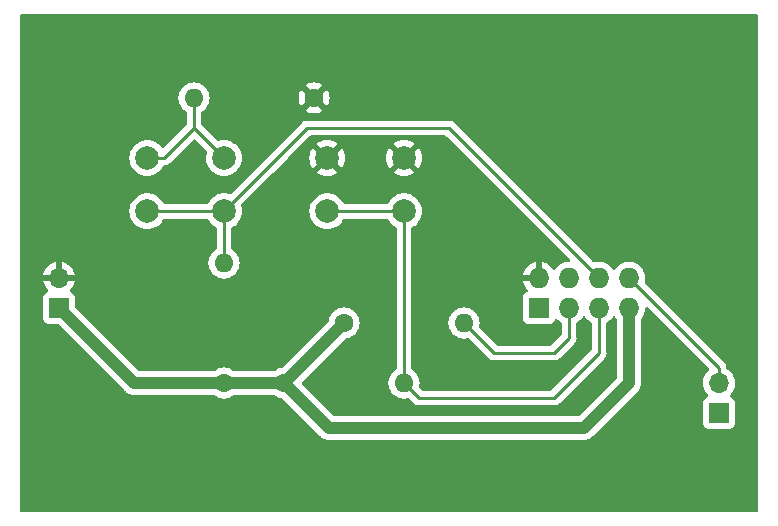
<source format=gbr>
%TF.GenerationSoftware,KiCad,Pcbnew,6.0.2+dfsg-1*%
%TF.CreationDate,2023-02-23T16:44:58-06:00*%
%TF.ProjectId,communication_subsystem_v2,636f6d6d-756e-4696-9361-74696f6e5f73,rev?*%
%TF.SameCoordinates,Original*%
%TF.FileFunction,Copper,L1,Top*%
%TF.FilePolarity,Positive*%
%FSLAX46Y46*%
G04 Gerber Fmt 4.6, Leading zero omitted, Abs format (unit mm)*
G04 Created by KiCad (PCBNEW 6.0.2+dfsg-1) date 2023-02-23 16:44:58*
%MOMM*%
%LPD*%
G01*
G04 APERTURE LIST*
%TA.AperFunction,ComponentPad*%
%ADD10C,2.000000*%
%TD*%
%TA.AperFunction,ComponentPad*%
%ADD11R,1.700000X1.700000*%
%TD*%
%TA.AperFunction,ComponentPad*%
%ADD12O,1.700000X1.700000*%
%TD*%
%TA.AperFunction,ComponentPad*%
%ADD13C,1.600000*%
%TD*%
%TA.AperFunction,ComponentPad*%
%ADD14O,1.600000X1.600000*%
%TD*%
%TA.AperFunction,ComponentPad*%
%ADD15R,1.727200X1.727200*%
%TD*%
%TA.AperFunction,ComponentPad*%
%ADD16O,1.727200X1.727200*%
%TD*%
%TA.AperFunction,ViaPad*%
%ADD17C,0.800000*%
%TD*%
%TA.AperFunction,Conductor*%
%ADD18C,0.250000*%
%TD*%
%TA.AperFunction,Conductor*%
%ADD19C,1.000000*%
%TD*%
G04 APERTURE END LIST*
D10*
%TO.P,SW2,1,1*%
%TO.N,/GPIO0*%
X161290000Y-57840000D03*
X154790000Y-57840000D03*
%TO.P,SW2,2,2*%
%TO.N,Net-(R3-Pad2)*%
X161290000Y-53340000D03*
X154790000Y-53340000D03*
%TD*%
D11*
%TO.P,J1,1,Pin_1*%
%TO.N,/esp8266_tx*%
X203200000Y-74930000D03*
D12*
%TO.P,J1,2,Pin_2*%
%TO.N,/esp8266_rx*%
X203200000Y-72390000D03*
%TD*%
D13*
%TO.P,R1,1*%
%TO.N,+3V3*%
X166370000Y-72390000D03*
D14*
%TO.P,R1,2*%
%TO.N,/rst*%
X176530000Y-72390000D03*
%TD*%
D13*
%TO.P,R3,1*%
%TO.N,GND*%
X168910000Y-48260000D03*
D14*
%TO.P,R3,2*%
%TO.N,Net-(R3-Pad2)*%
X158750000Y-48260000D03*
%TD*%
D15*
%TO.P,U1,1,UTXD*%
%TO.N,/esp8266_tx*%
X187960000Y-66040000D03*
D16*
%TO.P,U1,2,GND*%
%TO.N,GND*%
X187960000Y-63500000D03*
%TO.P,U1,3,CH_PD*%
%TO.N,/EN*%
X190500000Y-66040000D03*
%TO.P,U1,4,GPIO2*%
%TO.N,unconnected-(U1-Pad4)*%
X190500000Y-63500000D03*
%TO.P,U1,5,RST*%
%TO.N,/rst*%
X193040000Y-66040000D03*
%TO.P,U1,6,GPIO0*%
%TO.N,/GPIO0*%
X193040000Y-63500000D03*
%TO.P,U1,7,VCC*%
%TO.N,+3V3*%
X195580000Y-66040000D03*
%TO.P,U1,8,URXD*%
%TO.N,/esp8266_rx*%
X195580000Y-63500000D03*
%TD*%
D13*
%TO.P,R4,1*%
%TO.N,+3V3*%
X161290000Y-72390000D03*
D14*
%TO.P,R4,2*%
%TO.N,/GPIO0*%
X161290000Y-62230000D03*
%TD*%
D11*
%TO.P,J2,1,Pin_1*%
%TO.N,+3V3*%
X147320000Y-66040000D03*
D12*
%TO.P,J2,2,Pin_2*%
%TO.N,GND*%
X147320000Y-63500000D03*
%TD*%
D10*
%TO.P,SW1,1,1*%
%TO.N,GND*%
X176530000Y-53340000D03*
X170030000Y-53340000D03*
%TO.P,SW1,2,2*%
%TO.N,/rst*%
X176530000Y-57840000D03*
X170030000Y-57840000D03*
%TD*%
D13*
%TO.P,R2,1*%
%TO.N,+3V3*%
X171450000Y-67310000D03*
D14*
%TO.P,R2,2*%
%TO.N,/EN*%
X181610000Y-67310000D03*
%TD*%
D17*
%TO.N,GND*%
X149860000Y-77470000D03*
X170180000Y-43180000D03*
X153670000Y-66040000D03*
X153670000Y-81280000D03*
X146050000Y-81280000D03*
X181610000Y-46990000D03*
X176530000Y-81280000D03*
X203200000Y-59690000D03*
X165100000Y-62230000D03*
X153670000Y-43180000D03*
X203200000Y-53340000D03*
X157480000Y-77470000D03*
X195580000Y-77470000D03*
X149860000Y-53340000D03*
X157480000Y-62230000D03*
X161290000Y-81280000D03*
X165100000Y-77470000D03*
X199390000Y-81280000D03*
X203200000Y-46990000D03*
X191770000Y-81280000D03*
X162560000Y-43180000D03*
X173990000Y-46990000D03*
X177800000Y-43180000D03*
X172720000Y-62230000D03*
X184150000Y-81280000D03*
X168910000Y-81280000D03*
X149860000Y-46990000D03*
X203200000Y-66040000D03*
X146050000Y-43180000D03*
X180340000Y-62230000D03*
%TD*%
D18*
%TO.N,/esp8266_rx*%
X203200000Y-71120000D02*
X203200000Y-72390000D01*
X195580000Y-63500000D02*
X203200000Y-71120000D01*
D19*
%TO.N,+3V3*%
X153670000Y-72390000D02*
X161290000Y-72390000D01*
X166370000Y-72390000D02*
X170180000Y-76200000D01*
X170180000Y-76200000D02*
X191770000Y-76200000D01*
X147320000Y-66040000D02*
X153670000Y-72390000D01*
X161290000Y-72390000D02*
X166370000Y-72390000D01*
X166370000Y-72390000D02*
X171450000Y-67310000D01*
X191770000Y-76200000D02*
X195580000Y-72390000D01*
X195580000Y-72390000D02*
X195580000Y-66040000D01*
D18*
%TO.N,Net-(R3-Pad2)*%
X154790000Y-53340000D02*
X156210000Y-53340000D01*
X156210000Y-53340000D02*
X158750000Y-50800000D01*
X161290000Y-53340000D02*
X158750000Y-50800000D01*
X158750000Y-50800000D02*
X158750000Y-48260000D01*
%TO.N,/rst*%
X193040000Y-69850000D02*
X193040000Y-66040000D01*
X176530000Y-72390000D02*
X176530000Y-57840000D01*
X177800000Y-73660000D02*
X189230000Y-73660000D01*
X189230000Y-73660000D02*
X193040000Y-69850000D01*
X170030000Y-57840000D02*
X176530000Y-57840000D01*
X176530000Y-72390000D02*
X177800000Y-73660000D01*
%TO.N,/EN*%
X189230000Y-69850000D02*
X190500000Y-68580000D01*
X184150000Y-69850000D02*
X189230000Y-69850000D01*
X190500000Y-68580000D02*
X190500000Y-66040000D01*
X184150000Y-69850000D02*
X181610000Y-67310000D01*
%TO.N,/GPIO0*%
X168330000Y-50800000D02*
X161290000Y-57840000D01*
X154790000Y-57840000D02*
X161290000Y-57840000D01*
X161290000Y-62230000D02*
X161290000Y-57840000D01*
X180340000Y-50800000D02*
X168330000Y-50800000D01*
X193040000Y-63500000D02*
X180340000Y-50800000D01*
%TD*%
%TA.AperFunction,Conductor*%
%TO.N,GND*%
G36*
X206444121Y-41168002D02*
G01*
X206490614Y-41221658D01*
X206502000Y-41274000D01*
X206502000Y-83186000D01*
X206481998Y-83254121D01*
X206428342Y-83300614D01*
X206376000Y-83312000D01*
X144144000Y-83312000D01*
X144075879Y-83291998D01*
X144029386Y-83238342D01*
X144018000Y-83186000D01*
X144018000Y-66938134D01*
X145961500Y-66938134D01*
X145968255Y-67000316D01*
X146019385Y-67136705D01*
X146106739Y-67253261D01*
X146223295Y-67340615D01*
X146359684Y-67391745D01*
X146421866Y-67398500D01*
X147200075Y-67398500D01*
X147268196Y-67418502D01*
X147289170Y-67435405D01*
X152913145Y-73059379D01*
X152922247Y-73069522D01*
X152945968Y-73099025D01*
X152950696Y-73102992D01*
X152984421Y-73131291D01*
X152988069Y-73134472D01*
X152989881Y-73136115D01*
X152992075Y-73138309D01*
X153025349Y-73165642D01*
X153026147Y-73166304D01*
X153097474Y-73226154D01*
X153102144Y-73228722D01*
X153106261Y-73232103D01*
X153164145Y-73263140D01*
X153188086Y-73275977D01*
X153189245Y-73276606D01*
X153265381Y-73318462D01*
X153265389Y-73318465D01*
X153270787Y-73321433D01*
X153275869Y-73323045D01*
X153280563Y-73325562D01*
X153369531Y-73352762D01*
X153370559Y-73353082D01*
X153459306Y-73381235D01*
X153464602Y-73381829D01*
X153469698Y-73383387D01*
X153562257Y-73392790D01*
X153563393Y-73392911D01*
X153597008Y-73396681D01*
X153609730Y-73398108D01*
X153609734Y-73398108D01*
X153613227Y-73398500D01*
X153616754Y-73398500D01*
X153617739Y-73398555D01*
X153623419Y-73399002D01*
X153652825Y-73401989D01*
X153660337Y-73402752D01*
X153660339Y-73402752D01*
X153666462Y-73403374D01*
X153712108Y-73399059D01*
X153723967Y-73398500D01*
X160409260Y-73398500D01*
X160481531Y-73421287D01*
X160633251Y-73527523D01*
X160638233Y-73529846D01*
X160638238Y-73529849D01*
X160758896Y-73586112D01*
X160840757Y-73624284D01*
X160846065Y-73625706D01*
X160846067Y-73625707D01*
X161056598Y-73682119D01*
X161056600Y-73682119D01*
X161061913Y-73683543D01*
X161290000Y-73703498D01*
X161518087Y-73683543D01*
X161523400Y-73682119D01*
X161523402Y-73682119D01*
X161733933Y-73625707D01*
X161733935Y-73625706D01*
X161739243Y-73624284D01*
X161821104Y-73586112D01*
X161941762Y-73529849D01*
X161941767Y-73529846D01*
X161946749Y-73527523D01*
X162098469Y-73421287D01*
X162170740Y-73398500D01*
X165489260Y-73398500D01*
X165561531Y-73421287D01*
X165713251Y-73527523D01*
X165718233Y-73529846D01*
X165718238Y-73529849D01*
X165838896Y-73586112D01*
X165920757Y-73624284D01*
X165926065Y-73625706D01*
X165926067Y-73625707D01*
X165994141Y-73643947D01*
X166141913Y-73683543D01*
X166200769Y-73688692D01*
X166266887Y-73714555D01*
X166278883Y-73725118D01*
X169423145Y-76869379D01*
X169432247Y-76879522D01*
X169455968Y-76909025D01*
X169460696Y-76912992D01*
X169494421Y-76941291D01*
X169498069Y-76944472D01*
X169499881Y-76946115D01*
X169502075Y-76948309D01*
X169535349Y-76975642D01*
X169536147Y-76976304D01*
X169607474Y-77036154D01*
X169612144Y-77038722D01*
X169616261Y-77042103D01*
X169698120Y-77085995D01*
X169699280Y-77086624D01*
X169775389Y-77128466D01*
X169775394Y-77128468D01*
X169780787Y-77131433D01*
X169785865Y-77133044D01*
X169790563Y-77135563D01*
X169879498Y-77162753D01*
X169880702Y-77163128D01*
X169969306Y-77191235D01*
X169974597Y-77191828D01*
X169979698Y-77193388D01*
X170072311Y-77202795D01*
X170073431Y-77202915D01*
X170123227Y-77208500D01*
X170126756Y-77208500D01*
X170127739Y-77208555D01*
X170133426Y-77209003D01*
X170153683Y-77211060D01*
X170170336Y-77212752D01*
X170170339Y-77212752D01*
X170176463Y-77213374D01*
X170222112Y-77209059D01*
X170233969Y-77208500D01*
X191708157Y-77208500D01*
X191721764Y-77209237D01*
X191753262Y-77212659D01*
X191753267Y-77212659D01*
X191759388Y-77213324D01*
X191785638Y-77211027D01*
X191809388Y-77208950D01*
X191814214Y-77208621D01*
X191816686Y-77208500D01*
X191819769Y-77208500D01*
X191831738Y-77207326D01*
X191862506Y-77204310D01*
X191863819Y-77204188D01*
X191908084Y-77200315D01*
X191956413Y-77196087D01*
X191961532Y-77194600D01*
X191966833Y-77194080D01*
X192055834Y-77167209D01*
X192056967Y-77166874D01*
X192140414Y-77142630D01*
X192140418Y-77142628D01*
X192146336Y-77140909D01*
X192151068Y-77138456D01*
X192156169Y-77136916D01*
X192172062Y-77128466D01*
X192238260Y-77093269D01*
X192239426Y-77092657D01*
X192316453Y-77052729D01*
X192321926Y-77049892D01*
X192326089Y-77046569D01*
X192330796Y-77044066D01*
X192402918Y-76985245D01*
X192403774Y-76984554D01*
X192442973Y-76953262D01*
X192445477Y-76950758D01*
X192446195Y-76950116D01*
X192450528Y-76946415D01*
X192484062Y-76919065D01*
X192513288Y-76883737D01*
X192521277Y-76874958D01*
X196249379Y-73146855D01*
X196259522Y-73137753D01*
X196284218Y-73117897D01*
X196289025Y-73114032D01*
X196321292Y-73075578D01*
X196324472Y-73071931D01*
X196326115Y-73070119D01*
X196328309Y-73067925D01*
X196355642Y-73034651D01*
X196356348Y-73033800D01*
X196362474Y-73026500D01*
X196416154Y-72962526D01*
X196418722Y-72957856D01*
X196422103Y-72953739D01*
X196466015Y-72871842D01*
X196466624Y-72870720D01*
X196508466Y-72794611D01*
X196508468Y-72794606D01*
X196511433Y-72789213D01*
X196513044Y-72784135D01*
X196515563Y-72779437D01*
X196542753Y-72690502D01*
X196543136Y-72689272D01*
X196545589Y-72681541D01*
X196571235Y-72600694D01*
X196571828Y-72595403D01*
X196573388Y-72590302D01*
X196582795Y-72497689D01*
X196582915Y-72496569D01*
X196588500Y-72446773D01*
X196588500Y-72443244D01*
X196588555Y-72442261D01*
X196589004Y-72436556D01*
X196592752Y-72399664D01*
X196592752Y-72399661D01*
X196593374Y-72393537D01*
X196589059Y-72347888D01*
X196588500Y-72336031D01*
X196588500Y-67024500D01*
X196608502Y-66956379D01*
X196621660Y-66940080D01*
X196621473Y-66939921D01*
X196624827Y-66935980D01*
X196628487Y-66932333D01*
X196682584Y-66857050D01*
X196708466Y-66821030D01*
X196760150Y-66749105D01*
X196860118Y-66546835D01*
X196925708Y-66330952D01*
X196928769Y-66307699D01*
X196954721Y-66110578D01*
X196954722Y-66110572D01*
X196955158Y-66107256D01*
X196955996Y-66072973D01*
X196977656Y-66005361D01*
X197032432Y-65960194D01*
X197102932Y-65951810D01*
X197171053Y-65986957D01*
X202340660Y-71156564D01*
X202374686Y-71218876D01*
X202369621Y-71289691D01*
X202327218Y-71346419D01*
X202294965Y-71370635D01*
X202140629Y-71532138D01*
X202137715Y-71536410D01*
X202137714Y-71536411D01*
X202128300Y-71550211D01*
X202014743Y-71716680D01*
X201920688Y-71919305D01*
X201860989Y-72134570D01*
X201837251Y-72356695D01*
X201837548Y-72361848D01*
X201837548Y-72361851D01*
X201849812Y-72574547D01*
X201850110Y-72579715D01*
X201851247Y-72584761D01*
X201851248Y-72584767D01*
X201859955Y-72623402D01*
X201899222Y-72797639D01*
X201937461Y-72891811D01*
X201977167Y-72989595D01*
X201983266Y-73004616D01*
X202001150Y-73033800D01*
X202066392Y-73140265D01*
X202099987Y-73195088D01*
X202246250Y-73363938D01*
X202250230Y-73367242D01*
X202254981Y-73371187D01*
X202294616Y-73430090D01*
X202296113Y-73501071D01*
X202258997Y-73561593D01*
X202218724Y-73586112D01*
X202103295Y-73629385D01*
X201986739Y-73716739D01*
X201899385Y-73833295D01*
X201848255Y-73969684D01*
X201841500Y-74031866D01*
X201841500Y-75828134D01*
X201848255Y-75890316D01*
X201899385Y-76026705D01*
X201986739Y-76143261D01*
X202103295Y-76230615D01*
X202239684Y-76281745D01*
X202301866Y-76288500D01*
X204098134Y-76288500D01*
X204160316Y-76281745D01*
X204296705Y-76230615D01*
X204413261Y-76143261D01*
X204500615Y-76026705D01*
X204551745Y-75890316D01*
X204558500Y-75828134D01*
X204558500Y-74031866D01*
X204551745Y-73969684D01*
X204500615Y-73833295D01*
X204413261Y-73716739D01*
X204296705Y-73629385D01*
X204276902Y-73621961D01*
X204178203Y-73584960D01*
X204121439Y-73542318D01*
X204096739Y-73475756D01*
X204111947Y-73406408D01*
X204133493Y-73377727D01*
X204185959Y-73325444D01*
X204238096Y-73273489D01*
X204269498Y-73229789D01*
X204365435Y-73096277D01*
X204368453Y-73092077D01*
X204378561Y-73071626D01*
X204465136Y-72896453D01*
X204465137Y-72896451D01*
X204467430Y-72891811D01*
X204513270Y-72740935D01*
X204530865Y-72683023D01*
X204530865Y-72683021D01*
X204532370Y-72678069D01*
X204561529Y-72456590D01*
X204561611Y-72453240D01*
X204563074Y-72393365D01*
X204563074Y-72393361D01*
X204563156Y-72390000D01*
X204544852Y-72167361D01*
X204490431Y-71950702D01*
X204401354Y-71745840D01*
X204280014Y-71558277D01*
X204129670Y-71393051D01*
X204125619Y-71389852D01*
X204125615Y-71389848D01*
X203958412Y-71257799D01*
X203954359Y-71254598D01*
X203949840Y-71252104D01*
X203949835Y-71252100D01*
X203898781Y-71223917D01*
X203848810Y-71173484D01*
X203833736Y-71117568D01*
X203833562Y-71112035D01*
X203833500Y-71108075D01*
X203833500Y-71080144D01*
X203832994Y-71076138D01*
X203832061Y-71064292D01*
X203831766Y-71054882D01*
X203830673Y-71020110D01*
X203825022Y-71000658D01*
X203821014Y-70981306D01*
X203819467Y-70969063D01*
X203818474Y-70961203D01*
X203815556Y-70953832D01*
X203802200Y-70920097D01*
X203798355Y-70908870D01*
X203797721Y-70906687D01*
X203786018Y-70866407D01*
X203781984Y-70859585D01*
X203781981Y-70859579D01*
X203775706Y-70848968D01*
X203767010Y-70831218D01*
X203762472Y-70819756D01*
X203762469Y-70819751D01*
X203759552Y-70812383D01*
X203733573Y-70776625D01*
X203727057Y-70766707D01*
X203708575Y-70735457D01*
X203704542Y-70728637D01*
X203690218Y-70714313D01*
X203677376Y-70699278D01*
X203665472Y-70682893D01*
X203631406Y-70654711D01*
X203622627Y-70646722D01*
X196942121Y-63966216D01*
X196908095Y-63903904D01*
X196910657Y-63840494D01*
X196924205Y-63795900D01*
X196924206Y-63795897D01*
X196925708Y-63790952D01*
X196926383Y-63785826D01*
X196954721Y-63570578D01*
X196954722Y-63570572D01*
X196955158Y-63567256D01*
X196955739Y-63543498D01*
X196956720Y-63503364D01*
X196956720Y-63503360D01*
X196956802Y-63500000D01*
X196938315Y-63275132D01*
X196883349Y-63056304D01*
X196793380Y-62849391D01*
X196743913Y-62772926D01*
X196673634Y-62664291D01*
X196673632Y-62664288D01*
X196670826Y-62659951D01*
X196518977Y-62493071D01*
X196514926Y-62489872D01*
X196514922Y-62489868D01*
X196345966Y-62356434D01*
X196345962Y-62356432D01*
X196341911Y-62353232D01*
X196336122Y-62350036D01*
X196281206Y-62319721D01*
X196144383Y-62244191D01*
X195931698Y-62168876D01*
X195902795Y-62163727D01*
X195714657Y-62130214D01*
X195714653Y-62130214D01*
X195709569Y-62129308D01*
X195637574Y-62128429D01*
X195489129Y-62126615D01*
X195489127Y-62126615D01*
X195483959Y-62126552D01*
X195260929Y-62160680D01*
X195046468Y-62230777D01*
X194846335Y-62334960D01*
X194842202Y-62338063D01*
X194842199Y-62338065D01*
X194689643Y-62452607D01*
X194665905Y-62470430D01*
X194510024Y-62633550D01*
X194507109Y-62637824D01*
X194507106Y-62637827D01*
X194413503Y-62775043D01*
X194358592Y-62820046D01*
X194288067Y-62828217D01*
X194224320Y-62796963D01*
X194203623Y-62772479D01*
X194133634Y-62664291D01*
X194133632Y-62664288D01*
X194130826Y-62659951D01*
X193978977Y-62493071D01*
X193974926Y-62489872D01*
X193974922Y-62489868D01*
X193805966Y-62356434D01*
X193805962Y-62356432D01*
X193801911Y-62353232D01*
X193796122Y-62350036D01*
X193741206Y-62319721D01*
X193604383Y-62244191D01*
X193391698Y-62168876D01*
X193362795Y-62163727D01*
X193174657Y-62130214D01*
X193174653Y-62130214D01*
X193169569Y-62129308D01*
X193097574Y-62128429D01*
X192949129Y-62126615D01*
X192949127Y-62126615D01*
X192943959Y-62126552D01*
X192720929Y-62160680D01*
X192710444Y-62164107D01*
X192700747Y-62167276D01*
X192629783Y-62169425D01*
X192572510Y-62136605D01*
X180843652Y-50407747D01*
X180836112Y-50399461D01*
X180832000Y-50392982D01*
X180782348Y-50346356D01*
X180779507Y-50343602D01*
X180759770Y-50323865D01*
X180756573Y-50321385D01*
X180747551Y-50313680D01*
X180734116Y-50301064D01*
X180715321Y-50283414D01*
X180708375Y-50279595D01*
X180708372Y-50279593D01*
X180697566Y-50273652D01*
X180681047Y-50262801D01*
X180680583Y-50262441D01*
X180665041Y-50250386D01*
X180657772Y-50247241D01*
X180657768Y-50247238D01*
X180624463Y-50232826D01*
X180613813Y-50227609D01*
X180575060Y-50206305D01*
X180555437Y-50201267D01*
X180536734Y-50194863D01*
X180525420Y-50189967D01*
X180525419Y-50189967D01*
X180518145Y-50186819D01*
X180510322Y-50185580D01*
X180510312Y-50185577D01*
X180474476Y-50179901D01*
X180462856Y-50177495D01*
X180427711Y-50168472D01*
X180427710Y-50168472D01*
X180420030Y-50166500D01*
X180399776Y-50166500D01*
X180380065Y-50164949D01*
X180377534Y-50164548D01*
X180360057Y-50161780D01*
X180352165Y-50162526D01*
X180316039Y-50165941D01*
X180304181Y-50166500D01*
X168408763Y-50166500D01*
X168397579Y-50165973D01*
X168390091Y-50164299D01*
X168382168Y-50164548D01*
X168322033Y-50166438D01*
X168318075Y-50166500D01*
X168290144Y-50166500D01*
X168286229Y-50166995D01*
X168286225Y-50166995D01*
X168286167Y-50167003D01*
X168286138Y-50167006D01*
X168274296Y-50167939D01*
X168230110Y-50169327D01*
X168212744Y-50174372D01*
X168210658Y-50174978D01*
X168191306Y-50178986D01*
X168179068Y-50180532D01*
X168179066Y-50180533D01*
X168171203Y-50181526D01*
X168130086Y-50197806D01*
X168118885Y-50201641D01*
X168076406Y-50213982D01*
X168069587Y-50218015D01*
X168069582Y-50218017D01*
X168058971Y-50224293D01*
X168041221Y-50232990D01*
X168022383Y-50240448D01*
X168015967Y-50245109D01*
X168015966Y-50245110D01*
X167986625Y-50266428D01*
X167976701Y-50272947D01*
X167945460Y-50291422D01*
X167945455Y-50291426D01*
X167938637Y-50295458D01*
X167924313Y-50309782D01*
X167909281Y-50322621D01*
X167892893Y-50334528D01*
X167864712Y-50368593D01*
X167856722Y-50377373D01*
X161868459Y-56365636D01*
X161806147Y-56399662D01*
X161749951Y-56399060D01*
X161697104Y-56386373D01*
X161531524Y-56346620D01*
X161531518Y-56346619D01*
X161526711Y-56345465D01*
X161290000Y-56326835D01*
X161053289Y-56345465D01*
X161048482Y-56346619D01*
X161048476Y-56346620D01*
X160902609Y-56381640D01*
X160822406Y-56400895D01*
X160817835Y-56402788D01*
X160817833Y-56402789D01*
X160607611Y-56489865D01*
X160607607Y-56489867D01*
X160603037Y-56491760D01*
X160598817Y-56494346D01*
X160404798Y-56613241D01*
X160404792Y-56613245D01*
X160400584Y-56615824D01*
X160220031Y-56770031D01*
X160065824Y-56950584D01*
X160063245Y-56954792D01*
X160063241Y-56954798D01*
X159945867Y-57146335D01*
X159893219Y-57193966D01*
X159838434Y-57206500D01*
X156241566Y-57206500D01*
X156173445Y-57186498D01*
X156134133Y-57146335D01*
X156016759Y-56954798D01*
X156016755Y-56954792D01*
X156014176Y-56950584D01*
X155859969Y-56770031D01*
X155679416Y-56615824D01*
X155675208Y-56613245D01*
X155675202Y-56613241D01*
X155481183Y-56494346D01*
X155476963Y-56491760D01*
X155472393Y-56489867D01*
X155472389Y-56489865D01*
X155262167Y-56402789D01*
X155262165Y-56402788D01*
X155257594Y-56400895D01*
X155177391Y-56381640D01*
X155031524Y-56346620D01*
X155031518Y-56346619D01*
X155026711Y-56345465D01*
X154790000Y-56326835D01*
X154553289Y-56345465D01*
X154548482Y-56346619D01*
X154548476Y-56346620D01*
X154402609Y-56381640D01*
X154322406Y-56400895D01*
X154317835Y-56402788D01*
X154317833Y-56402789D01*
X154107611Y-56489865D01*
X154107607Y-56489867D01*
X154103037Y-56491760D01*
X154098817Y-56494346D01*
X153904798Y-56613241D01*
X153904792Y-56613245D01*
X153900584Y-56615824D01*
X153720031Y-56770031D01*
X153565824Y-56950584D01*
X153563245Y-56954792D01*
X153563241Y-56954798D01*
X153445867Y-57146335D01*
X153441760Y-57153037D01*
X153439867Y-57157607D01*
X153439865Y-57157611D01*
X153352789Y-57367833D01*
X153350895Y-57372406D01*
X153295465Y-57603289D01*
X153276835Y-57840000D01*
X153295465Y-58076711D01*
X153350895Y-58307594D01*
X153352788Y-58312165D01*
X153352789Y-58312167D01*
X153424807Y-58486034D01*
X153441760Y-58526963D01*
X153444346Y-58531183D01*
X153563241Y-58725202D01*
X153563245Y-58725208D01*
X153565824Y-58729416D01*
X153720031Y-58909969D01*
X153900584Y-59064176D01*
X153904792Y-59066755D01*
X153904798Y-59066759D01*
X154096335Y-59184133D01*
X154103037Y-59188240D01*
X154107607Y-59190133D01*
X154107611Y-59190135D01*
X154317833Y-59277211D01*
X154322406Y-59279105D01*
X154374310Y-59291566D01*
X154548476Y-59333380D01*
X154548482Y-59333381D01*
X154553289Y-59334535D01*
X154790000Y-59353165D01*
X155026711Y-59334535D01*
X155031518Y-59333381D01*
X155031524Y-59333380D01*
X155205690Y-59291566D01*
X155257594Y-59279105D01*
X155262167Y-59277211D01*
X155472389Y-59190135D01*
X155472393Y-59190133D01*
X155476963Y-59188240D01*
X155483665Y-59184133D01*
X155675202Y-59066759D01*
X155675208Y-59066755D01*
X155679416Y-59064176D01*
X155859969Y-58909969D01*
X156014176Y-58729416D01*
X156016755Y-58725208D01*
X156016759Y-58725202D01*
X156134133Y-58533665D01*
X156186781Y-58486034D01*
X156241566Y-58473500D01*
X159838434Y-58473500D01*
X159906555Y-58493502D01*
X159945867Y-58533665D01*
X160063241Y-58725202D01*
X160063245Y-58725208D01*
X160065824Y-58729416D01*
X160220031Y-58909969D01*
X160400584Y-59064176D01*
X160404792Y-59066755D01*
X160404798Y-59066759D01*
X160596335Y-59184133D01*
X160643966Y-59236781D01*
X160656500Y-59291566D01*
X160656500Y-61010606D01*
X160636498Y-61078727D01*
X160602771Y-61113819D01*
X160450211Y-61220643D01*
X160450208Y-61220645D01*
X160445700Y-61223802D01*
X160283802Y-61385700D01*
X160152477Y-61573251D01*
X160150154Y-61578233D01*
X160150151Y-61578238D01*
X160058039Y-61775775D01*
X160055716Y-61780757D01*
X159996457Y-62001913D01*
X159976502Y-62230000D01*
X159996457Y-62458087D01*
X159997881Y-62463400D01*
X159997881Y-62463402D01*
X160051793Y-62664601D01*
X160055716Y-62679243D01*
X160058039Y-62684224D01*
X160058039Y-62684225D01*
X160150151Y-62881762D01*
X160150154Y-62881767D01*
X160152477Y-62886749D01*
X160155634Y-62891257D01*
X160277903Y-63065875D01*
X160283802Y-63074300D01*
X160445700Y-63236198D01*
X160450208Y-63239355D01*
X160450211Y-63239357D01*
X160501303Y-63275132D01*
X160633251Y-63367523D01*
X160638233Y-63369846D01*
X160638238Y-63369849D01*
X160835775Y-63461961D01*
X160840757Y-63464284D01*
X160846065Y-63465706D01*
X160846067Y-63465707D01*
X161056598Y-63522119D01*
X161056600Y-63522119D01*
X161061913Y-63523543D01*
X161290000Y-63543498D01*
X161518087Y-63523543D01*
X161523400Y-63522119D01*
X161523402Y-63522119D01*
X161733933Y-63465707D01*
X161733935Y-63465706D01*
X161739243Y-63464284D01*
X161744225Y-63461961D01*
X161941762Y-63369849D01*
X161941767Y-63369846D01*
X161946749Y-63367523D01*
X162078697Y-63275132D01*
X162129789Y-63239357D01*
X162129792Y-63239355D01*
X162134300Y-63236198D01*
X162296198Y-63074300D01*
X162302098Y-63065875D01*
X162424366Y-62891257D01*
X162427523Y-62886749D01*
X162429846Y-62881767D01*
X162429849Y-62881762D01*
X162521961Y-62684225D01*
X162521961Y-62684224D01*
X162524284Y-62679243D01*
X162528208Y-62664601D01*
X162582119Y-62463402D01*
X162582119Y-62463400D01*
X162583543Y-62458087D01*
X162603498Y-62230000D01*
X162583543Y-62001913D01*
X162524284Y-61780757D01*
X162521961Y-61775775D01*
X162429849Y-61578238D01*
X162429846Y-61578233D01*
X162427523Y-61573251D01*
X162296198Y-61385700D01*
X162134300Y-61223802D01*
X162129792Y-61220645D01*
X162129789Y-61220643D01*
X161977229Y-61113819D01*
X161932901Y-61058362D01*
X161923500Y-61010606D01*
X161923500Y-59291566D01*
X161943502Y-59223445D01*
X161983665Y-59184133D01*
X162175202Y-59066759D01*
X162175208Y-59066755D01*
X162179416Y-59064176D01*
X162359969Y-58909969D01*
X162514176Y-58729416D01*
X162516755Y-58725208D01*
X162516759Y-58725202D01*
X162635654Y-58531183D01*
X162638240Y-58526963D01*
X162655194Y-58486034D01*
X162727211Y-58312167D01*
X162727212Y-58312165D01*
X162729105Y-58307594D01*
X162784535Y-58076711D01*
X162803165Y-57840000D01*
X162784535Y-57603289D01*
X162730940Y-57380049D01*
X162734487Y-57309141D01*
X162764364Y-57261540D01*
X165453234Y-54572670D01*
X169162160Y-54572670D01*
X169167887Y-54580320D01*
X169339042Y-54685205D01*
X169347837Y-54689687D01*
X169557988Y-54776734D01*
X169567373Y-54779783D01*
X169788554Y-54832885D01*
X169798301Y-54834428D01*
X170025070Y-54852275D01*
X170034930Y-54852275D01*
X170261699Y-54834428D01*
X170271446Y-54832885D01*
X170492627Y-54779783D01*
X170502012Y-54776734D01*
X170712163Y-54689687D01*
X170720958Y-54685205D01*
X170888445Y-54582568D01*
X170897400Y-54572670D01*
X175662160Y-54572670D01*
X175667887Y-54580320D01*
X175839042Y-54685205D01*
X175847837Y-54689687D01*
X176057988Y-54776734D01*
X176067373Y-54779783D01*
X176288554Y-54832885D01*
X176298301Y-54834428D01*
X176525070Y-54852275D01*
X176534930Y-54852275D01*
X176761699Y-54834428D01*
X176771446Y-54832885D01*
X176992627Y-54779783D01*
X177002012Y-54776734D01*
X177212163Y-54689687D01*
X177220958Y-54685205D01*
X177388445Y-54582568D01*
X177397907Y-54572110D01*
X177394124Y-54563334D01*
X176542812Y-53712022D01*
X176528868Y-53704408D01*
X176527035Y-53704539D01*
X176520420Y-53708790D01*
X175668920Y-54560290D01*
X175662160Y-54572670D01*
X170897400Y-54572670D01*
X170897907Y-54572110D01*
X170894124Y-54563334D01*
X170042812Y-53712022D01*
X170028868Y-53704408D01*
X170027035Y-53704539D01*
X170020420Y-53708790D01*
X169168920Y-54560290D01*
X169162160Y-54572670D01*
X165453234Y-54572670D01*
X166680974Y-53344930D01*
X168517725Y-53344930D01*
X168535572Y-53571699D01*
X168537115Y-53581446D01*
X168590217Y-53802627D01*
X168593266Y-53812012D01*
X168680313Y-54022163D01*
X168684795Y-54030958D01*
X168787432Y-54198445D01*
X168797890Y-54207907D01*
X168806666Y-54204124D01*
X169657978Y-53352812D01*
X169664356Y-53341132D01*
X170394408Y-53341132D01*
X170394539Y-53342965D01*
X170398790Y-53349580D01*
X171250290Y-54201080D01*
X171262670Y-54207840D01*
X171270320Y-54202113D01*
X171375205Y-54030958D01*
X171379687Y-54022163D01*
X171466734Y-53812012D01*
X171469783Y-53802627D01*
X171522885Y-53581446D01*
X171524428Y-53571699D01*
X171542275Y-53344930D01*
X175017725Y-53344930D01*
X175035572Y-53571699D01*
X175037115Y-53581446D01*
X175090217Y-53802627D01*
X175093266Y-53812012D01*
X175180313Y-54022163D01*
X175184795Y-54030958D01*
X175287432Y-54198445D01*
X175297890Y-54207907D01*
X175306666Y-54204124D01*
X176157978Y-53352812D01*
X176164356Y-53341132D01*
X176894408Y-53341132D01*
X176894539Y-53342965D01*
X176898790Y-53349580D01*
X177750290Y-54201080D01*
X177762670Y-54207840D01*
X177770320Y-54202113D01*
X177875205Y-54030958D01*
X177879687Y-54022163D01*
X177966734Y-53812012D01*
X177969783Y-53802627D01*
X178022885Y-53581446D01*
X178024428Y-53571699D01*
X178042275Y-53344930D01*
X178042275Y-53335070D01*
X178024428Y-53108301D01*
X178022885Y-53098554D01*
X177969783Y-52877373D01*
X177966734Y-52867988D01*
X177879687Y-52657837D01*
X177875205Y-52649042D01*
X177772568Y-52481555D01*
X177762110Y-52472093D01*
X177753334Y-52475876D01*
X176902022Y-53327188D01*
X176894408Y-53341132D01*
X176164356Y-53341132D01*
X176165592Y-53338868D01*
X176165461Y-53337035D01*
X176161210Y-53330420D01*
X175309710Y-52478920D01*
X175297330Y-52472160D01*
X175289680Y-52477887D01*
X175184795Y-52649042D01*
X175180313Y-52657837D01*
X175093266Y-52867988D01*
X175090217Y-52877373D01*
X175037115Y-53098554D01*
X175035572Y-53108301D01*
X175017725Y-53335070D01*
X175017725Y-53344930D01*
X171542275Y-53344930D01*
X171542275Y-53335070D01*
X171524428Y-53108301D01*
X171522885Y-53098554D01*
X171469783Y-52877373D01*
X171466734Y-52867988D01*
X171379687Y-52657837D01*
X171375205Y-52649042D01*
X171272568Y-52481555D01*
X171262110Y-52472093D01*
X171253334Y-52475876D01*
X170402022Y-53327188D01*
X170394408Y-53341132D01*
X169664356Y-53341132D01*
X169665592Y-53338868D01*
X169665461Y-53337035D01*
X169661210Y-53330420D01*
X168809710Y-52478920D01*
X168797330Y-52472160D01*
X168789680Y-52477887D01*
X168684795Y-52649042D01*
X168680313Y-52657837D01*
X168593266Y-52867988D01*
X168590217Y-52877373D01*
X168537115Y-53098554D01*
X168535572Y-53108301D01*
X168517725Y-53335070D01*
X168517725Y-53344930D01*
X166680974Y-53344930D01*
X167918014Y-52107890D01*
X169162093Y-52107890D01*
X169165876Y-52116666D01*
X170017188Y-52967978D01*
X170031132Y-52975592D01*
X170032965Y-52975461D01*
X170039580Y-52971210D01*
X170891080Y-52119710D01*
X170897534Y-52107890D01*
X175662093Y-52107890D01*
X175665876Y-52116666D01*
X176517188Y-52967978D01*
X176531132Y-52975592D01*
X176532965Y-52975461D01*
X176539580Y-52971210D01*
X177391080Y-52119710D01*
X177397840Y-52107330D01*
X177392113Y-52099680D01*
X177220958Y-51994795D01*
X177212163Y-51990313D01*
X177002012Y-51903266D01*
X176992627Y-51900217D01*
X176771446Y-51847115D01*
X176761699Y-51845572D01*
X176534930Y-51827725D01*
X176525070Y-51827725D01*
X176298301Y-51845572D01*
X176288554Y-51847115D01*
X176067373Y-51900217D01*
X176057988Y-51903266D01*
X175847837Y-51990313D01*
X175839042Y-51994795D01*
X175671555Y-52097432D01*
X175662093Y-52107890D01*
X170897534Y-52107890D01*
X170897840Y-52107330D01*
X170892113Y-52099680D01*
X170720958Y-51994795D01*
X170712163Y-51990313D01*
X170502012Y-51903266D01*
X170492627Y-51900217D01*
X170271446Y-51847115D01*
X170261699Y-51845572D01*
X170034930Y-51827725D01*
X170025070Y-51827725D01*
X169798301Y-51845572D01*
X169788554Y-51847115D01*
X169567373Y-51900217D01*
X169557988Y-51903266D01*
X169347837Y-51990313D01*
X169339042Y-51994795D01*
X169171555Y-52097432D01*
X169162093Y-52107890D01*
X167918014Y-52107890D01*
X168555499Y-51470405D01*
X168617811Y-51436379D01*
X168644594Y-51433500D01*
X180025406Y-51433500D01*
X180093527Y-51453502D01*
X180114501Y-51470405D01*
X190556316Y-61912220D01*
X190590342Y-61974532D01*
X190585277Y-62045347D01*
X190542730Y-62102183D01*
X190476210Y-62126994D01*
X190465682Y-62127306D01*
X190409129Y-62126615D01*
X190409127Y-62126615D01*
X190403959Y-62126552D01*
X190180929Y-62160680D01*
X189966468Y-62230777D01*
X189766335Y-62334960D01*
X189762202Y-62338063D01*
X189762199Y-62338065D01*
X189609643Y-62452607D01*
X189585905Y-62470430D01*
X189430024Y-62633550D01*
X189427109Y-62637824D01*
X189427106Y-62637827D01*
X189333198Y-62775490D01*
X189278287Y-62820493D01*
X189207762Y-62828664D01*
X189144015Y-62797410D01*
X189123318Y-62772926D01*
X189053239Y-62664601D01*
X189046947Y-62656430D01*
X188902113Y-62497260D01*
X188894580Y-62490234D01*
X188725691Y-62356855D01*
X188717104Y-62351150D01*
X188528711Y-62247151D01*
X188519299Y-62242921D01*
X188316445Y-62171086D01*
X188306474Y-62168452D01*
X188231837Y-62155157D01*
X188218540Y-62156617D01*
X188214000Y-62171174D01*
X188214000Y-63628000D01*
X188193998Y-63696121D01*
X188140342Y-63742614D01*
X188088000Y-63754000D01*
X186629283Y-63754000D01*
X186615752Y-63757973D01*
X186614315Y-63767966D01*
X186645542Y-63906528D01*
X186648621Y-63916356D01*
X186729589Y-64115756D01*
X186734232Y-64124947D01*
X186846682Y-64308448D01*
X186852765Y-64316759D01*
X186993661Y-64479413D01*
X186994295Y-64480034D01*
X186994471Y-64480348D01*
X186997053Y-64483329D01*
X186996438Y-64483862D01*
X187028973Y-64541985D01*
X187024653Y-64612850D01*
X186982706Y-64670130D01*
X186950371Y-64688043D01*
X186932435Y-64694767D01*
X186849695Y-64725785D01*
X186733139Y-64813139D01*
X186645785Y-64929695D01*
X186594655Y-65066084D01*
X186587900Y-65128266D01*
X186587900Y-66951734D01*
X186594655Y-67013916D01*
X186645785Y-67150305D01*
X186733139Y-67266861D01*
X186849695Y-67354215D01*
X186986084Y-67405345D01*
X187048266Y-67412100D01*
X188871734Y-67412100D01*
X188933916Y-67405345D01*
X189070305Y-67354215D01*
X189186861Y-67266861D01*
X189274215Y-67150305D01*
X189279314Y-67136705D01*
X189312213Y-67048946D01*
X189354854Y-66992181D01*
X189421416Y-66967481D01*
X189490765Y-66982688D01*
X189525431Y-67010676D01*
X189536702Y-67023687D01*
X189710299Y-67167810D01*
X189714751Y-67170412D01*
X189714756Y-67170415D01*
X189742204Y-67186454D01*
X189797700Y-67218883D01*
X189804071Y-67222606D01*
X189852794Y-67274245D01*
X189866500Y-67331394D01*
X189866500Y-68265405D01*
X189846498Y-68333526D01*
X189829595Y-68354500D01*
X189004500Y-69179595D01*
X188942188Y-69213621D01*
X188915405Y-69216500D01*
X184464595Y-69216500D01*
X184396474Y-69196498D01*
X184375500Y-69179595D01*
X182919152Y-67723247D01*
X182885126Y-67660935D01*
X182886540Y-67601541D01*
X182903543Y-67538087D01*
X182923498Y-67310000D01*
X182903543Y-67081913D01*
X182902119Y-67076598D01*
X182845707Y-66866067D01*
X182845706Y-66866065D01*
X182844284Y-66860757D01*
X182841961Y-66855775D01*
X182749849Y-66658238D01*
X182749846Y-66658233D01*
X182747523Y-66653251D01*
X182616198Y-66465700D01*
X182454300Y-66303802D01*
X182449792Y-66300645D01*
X182449789Y-66300643D01*
X182371611Y-66245902D01*
X182266749Y-66172477D01*
X182261767Y-66170154D01*
X182261762Y-66170151D01*
X182064225Y-66078039D01*
X182064224Y-66078039D01*
X182059243Y-66075716D01*
X182053935Y-66074294D01*
X182053933Y-66074293D01*
X181843402Y-66017881D01*
X181843400Y-66017881D01*
X181838087Y-66016457D01*
X181610000Y-65996502D01*
X181381913Y-66016457D01*
X181376600Y-66017881D01*
X181376598Y-66017881D01*
X181166067Y-66074293D01*
X181166065Y-66074294D01*
X181160757Y-66075716D01*
X181155776Y-66078039D01*
X181155775Y-66078039D01*
X180958238Y-66170151D01*
X180958233Y-66170154D01*
X180953251Y-66172477D01*
X180848389Y-66245902D01*
X180770211Y-66300643D01*
X180770208Y-66300645D01*
X180765700Y-66303802D01*
X180603802Y-66465700D01*
X180472477Y-66653251D01*
X180470154Y-66658233D01*
X180470151Y-66658238D01*
X180378039Y-66855775D01*
X180375716Y-66860757D01*
X180374294Y-66866065D01*
X180374293Y-66866067D01*
X180317881Y-67076598D01*
X180316457Y-67081913D01*
X180296502Y-67310000D01*
X180316457Y-67538087D01*
X180317880Y-67543398D01*
X180317881Y-67543402D01*
X180333460Y-67601541D01*
X180375716Y-67759243D01*
X180378039Y-67764224D01*
X180378039Y-67764225D01*
X180470151Y-67961762D01*
X180470154Y-67961767D01*
X180472477Y-67966749D01*
X180603802Y-68154300D01*
X180765700Y-68316198D01*
X180770208Y-68319355D01*
X180770211Y-68319357D01*
X180790447Y-68333526D01*
X180953251Y-68447523D01*
X180958233Y-68449846D01*
X180958238Y-68449849D01*
X181155775Y-68541961D01*
X181160757Y-68544284D01*
X181166065Y-68545706D01*
X181166067Y-68545707D01*
X181376598Y-68602119D01*
X181376600Y-68602119D01*
X181381913Y-68603543D01*
X181610000Y-68623498D01*
X181838087Y-68603543D01*
X181843398Y-68602120D01*
X181843409Y-68602118D01*
X181901541Y-68586541D01*
X181972517Y-68588230D01*
X182023248Y-68619152D01*
X183646343Y-70242247D01*
X183653887Y-70250537D01*
X183658000Y-70257018D01*
X183663777Y-70262443D01*
X183707667Y-70303658D01*
X183710509Y-70306413D01*
X183730230Y-70326134D01*
X183733425Y-70328612D01*
X183742447Y-70336318D01*
X183774679Y-70366586D01*
X183781628Y-70370406D01*
X183792432Y-70376346D01*
X183808956Y-70387199D01*
X183824959Y-70399613D01*
X183865543Y-70417176D01*
X183876173Y-70422383D01*
X183914940Y-70443695D01*
X183922617Y-70445666D01*
X183922622Y-70445668D01*
X183934558Y-70448732D01*
X183953266Y-70455137D01*
X183971855Y-70463181D01*
X183979680Y-70464420D01*
X183979682Y-70464421D01*
X184015519Y-70470097D01*
X184027140Y-70472504D01*
X184058959Y-70480673D01*
X184069970Y-70483500D01*
X184090231Y-70483500D01*
X184109940Y-70485051D01*
X184129943Y-70488219D01*
X184137835Y-70487473D01*
X184143062Y-70486979D01*
X184173954Y-70484059D01*
X184185811Y-70483500D01*
X189151233Y-70483500D01*
X189162416Y-70484027D01*
X189169909Y-70485702D01*
X189177835Y-70485453D01*
X189177836Y-70485453D01*
X189237986Y-70483562D01*
X189241945Y-70483500D01*
X189269856Y-70483500D01*
X189273791Y-70483003D01*
X189273856Y-70482995D01*
X189285693Y-70482062D01*
X189317951Y-70481048D01*
X189321970Y-70480922D01*
X189329889Y-70480673D01*
X189349343Y-70475021D01*
X189368700Y-70471013D01*
X189380930Y-70469468D01*
X189380931Y-70469468D01*
X189388797Y-70468474D01*
X189396168Y-70465555D01*
X189396170Y-70465555D01*
X189429912Y-70452196D01*
X189441142Y-70448351D01*
X189475983Y-70438229D01*
X189475984Y-70438229D01*
X189483593Y-70436018D01*
X189490412Y-70431985D01*
X189490417Y-70431983D01*
X189501028Y-70425707D01*
X189518776Y-70417012D01*
X189537617Y-70409552D01*
X189557987Y-70394753D01*
X189573387Y-70383564D01*
X189583307Y-70377048D01*
X189614535Y-70358580D01*
X189614538Y-70358578D01*
X189621362Y-70354542D01*
X189635683Y-70340221D01*
X189650717Y-70327380D01*
X189652432Y-70326134D01*
X189667107Y-70315472D01*
X189695298Y-70281395D01*
X189703288Y-70272616D01*
X190892247Y-69083657D01*
X190900537Y-69076113D01*
X190907018Y-69072000D01*
X190953659Y-69022332D01*
X190956413Y-69019491D01*
X190976134Y-68999770D01*
X190978612Y-68996575D01*
X190986318Y-68987553D01*
X191011158Y-68961101D01*
X191016586Y-68955321D01*
X191026346Y-68937568D01*
X191037199Y-68921045D01*
X191044753Y-68911306D01*
X191049613Y-68905041D01*
X191067176Y-68864457D01*
X191072383Y-68853827D01*
X191093695Y-68815060D01*
X191095666Y-68807383D01*
X191095668Y-68807378D01*
X191098732Y-68795442D01*
X191105138Y-68776730D01*
X191110033Y-68765419D01*
X191113181Y-68758145D01*
X191114421Y-68750317D01*
X191114423Y-68750310D01*
X191120099Y-68714476D01*
X191122505Y-68702856D01*
X191131528Y-68667711D01*
X191131528Y-68667710D01*
X191133500Y-68660030D01*
X191133500Y-68639776D01*
X191135051Y-68620065D01*
X191136980Y-68607886D01*
X191138220Y-68600057D01*
X191134059Y-68556038D01*
X191133500Y-68544181D01*
X191133500Y-67336217D01*
X191153502Y-67268096D01*
X191196991Y-67229376D01*
X191195897Y-67227541D01*
X191200342Y-67224891D01*
X191204982Y-67222618D01*
X191255682Y-67186454D01*
X191384455Y-67094601D01*
X191384459Y-67094597D01*
X191388667Y-67091596D01*
X191548487Y-66932333D01*
X191669370Y-66764107D01*
X191725364Y-66720459D01*
X191796068Y-66714013D01*
X191859032Y-66746816D01*
X191879125Y-66771799D01*
X191926275Y-66848743D01*
X191926283Y-66848753D01*
X191928975Y-66853147D01*
X192076702Y-67023687D01*
X192250299Y-67167810D01*
X192254751Y-67170412D01*
X192254756Y-67170415D01*
X192282204Y-67186454D01*
X192337700Y-67218883D01*
X192344071Y-67222606D01*
X192392794Y-67274245D01*
X192406500Y-67331394D01*
X192406500Y-69535406D01*
X192386498Y-69603527D01*
X192369595Y-69624501D01*
X189004500Y-72989595D01*
X188942188Y-73023621D01*
X188915405Y-73026500D01*
X178114595Y-73026500D01*
X178046474Y-73006498D01*
X178025500Y-72989595D01*
X177839152Y-72803247D01*
X177805126Y-72740935D01*
X177806540Y-72681541D01*
X177808845Y-72672939D01*
X177823543Y-72618087D01*
X177843498Y-72390000D01*
X177823543Y-72161913D01*
X177817593Y-72139707D01*
X177765707Y-71946067D01*
X177765706Y-71946065D01*
X177764284Y-71940757D01*
X177756609Y-71924297D01*
X177669849Y-71738238D01*
X177669846Y-71738233D01*
X177667523Y-71733251D01*
X177594098Y-71628389D01*
X177539357Y-71550211D01*
X177539355Y-71550208D01*
X177536198Y-71545700D01*
X177374300Y-71383802D01*
X177369792Y-71380645D01*
X177369789Y-71380643D01*
X177217229Y-71273819D01*
X177172901Y-71218362D01*
X177163500Y-71170606D01*
X177163500Y-63233239D01*
X186610536Y-63233239D01*
X186612233Y-63242609D01*
X186624610Y-63246000D01*
X187687885Y-63246000D01*
X187703124Y-63241525D01*
X187704329Y-63240135D01*
X187706000Y-63232452D01*
X187706000Y-62169343D01*
X187702082Y-62155999D01*
X187687806Y-62154012D01*
X187646161Y-62160385D01*
X187636125Y-62162776D01*
X187431576Y-62229633D01*
X187422079Y-62233625D01*
X187231189Y-62332995D01*
X187222464Y-62338490D01*
X187050373Y-62467700D01*
X187042666Y-62474543D01*
X186893984Y-62630129D01*
X186887498Y-62638139D01*
X186766232Y-62815908D01*
X186761134Y-62824882D01*
X186670530Y-63020071D01*
X186666967Y-63029758D01*
X186610536Y-63233239D01*
X177163500Y-63233239D01*
X177163500Y-59291566D01*
X177183502Y-59223445D01*
X177223665Y-59184133D01*
X177415202Y-59066759D01*
X177415208Y-59066755D01*
X177419416Y-59064176D01*
X177599969Y-58909969D01*
X177754176Y-58729416D01*
X177756755Y-58725208D01*
X177756759Y-58725202D01*
X177875654Y-58531183D01*
X177878240Y-58526963D01*
X177895194Y-58486034D01*
X177967211Y-58312167D01*
X177967212Y-58312165D01*
X177969105Y-58307594D01*
X178024535Y-58076711D01*
X178043165Y-57840000D01*
X178024535Y-57603289D01*
X177969105Y-57372406D01*
X177967211Y-57367833D01*
X177880135Y-57157611D01*
X177880133Y-57157607D01*
X177878240Y-57153037D01*
X177874133Y-57146335D01*
X177756759Y-56954798D01*
X177756755Y-56954792D01*
X177754176Y-56950584D01*
X177599969Y-56770031D01*
X177419416Y-56615824D01*
X177415208Y-56613245D01*
X177415202Y-56613241D01*
X177221183Y-56494346D01*
X177216963Y-56491760D01*
X177212393Y-56489867D01*
X177212389Y-56489865D01*
X177002167Y-56402789D01*
X177002165Y-56402788D01*
X176997594Y-56400895D01*
X176917391Y-56381640D01*
X176771524Y-56346620D01*
X176771518Y-56346619D01*
X176766711Y-56345465D01*
X176530000Y-56326835D01*
X176293289Y-56345465D01*
X176288482Y-56346619D01*
X176288476Y-56346620D01*
X176142609Y-56381640D01*
X176062406Y-56400895D01*
X176057835Y-56402788D01*
X176057833Y-56402789D01*
X175847611Y-56489865D01*
X175847607Y-56489867D01*
X175843037Y-56491760D01*
X175838817Y-56494346D01*
X175644798Y-56613241D01*
X175644792Y-56613245D01*
X175640584Y-56615824D01*
X175460031Y-56770031D01*
X175305824Y-56950584D01*
X175303245Y-56954792D01*
X175303241Y-56954798D01*
X175185867Y-57146335D01*
X175133219Y-57193966D01*
X175078434Y-57206500D01*
X171481566Y-57206500D01*
X171413445Y-57186498D01*
X171374133Y-57146335D01*
X171256759Y-56954798D01*
X171256755Y-56954792D01*
X171254176Y-56950584D01*
X171099969Y-56770031D01*
X170919416Y-56615824D01*
X170915208Y-56613245D01*
X170915202Y-56613241D01*
X170721183Y-56494346D01*
X170716963Y-56491760D01*
X170712393Y-56489867D01*
X170712389Y-56489865D01*
X170502167Y-56402789D01*
X170502165Y-56402788D01*
X170497594Y-56400895D01*
X170417391Y-56381640D01*
X170271524Y-56346620D01*
X170271518Y-56346619D01*
X170266711Y-56345465D01*
X170030000Y-56326835D01*
X169793289Y-56345465D01*
X169788482Y-56346619D01*
X169788476Y-56346620D01*
X169642609Y-56381640D01*
X169562406Y-56400895D01*
X169557835Y-56402788D01*
X169557833Y-56402789D01*
X169347611Y-56489865D01*
X169347607Y-56489867D01*
X169343037Y-56491760D01*
X169338817Y-56494346D01*
X169144798Y-56613241D01*
X169144792Y-56613245D01*
X169140584Y-56615824D01*
X168960031Y-56770031D01*
X168805824Y-56950584D01*
X168803245Y-56954792D01*
X168803241Y-56954798D01*
X168685867Y-57146335D01*
X168681760Y-57153037D01*
X168679867Y-57157607D01*
X168679865Y-57157611D01*
X168592789Y-57367833D01*
X168590895Y-57372406D01*
X168535465Y-57603289D01*
X168516835Y-57840000D01*
X168535465Y-58076711D01*
X168590895Y-58307594D01*
X168592788Y-58312165D01*
X168592789Y-58312167D01*
X168664807Y-58486034D01*
X168681760Y-58526963D01*
X168684346Y-58531183D01*
X168803241Y-58725202D01*
X168803245Y-58725208D01*
X168805824Y-58729416D01*
X168960031Y-58909969D01*
X169140584Y-59064176D01*
X169144792Y-59066755D01*
X169144798Y-59066759D01*
X169336335Y-59184133D01*
X169343037Y-59188240D01*
X169347607Y-59190133D01*
X169347611Y-59190135D01*
X169557833Y-59277211D01*
X169562406Y-59279105D01*
X169614310Y-59291566D01*
X169788476Y-59333380D01*
X169788482Y-59333381D01*
X169793289Y-59334535D01*
X170030000Y-59353165D01*
X170266711Y-59334535D01*
X170271518Y-59333381D01*
X170271524Y-59333380D01*
X170445690Y-59291566D01*
X170497594Y-59279105D01*
X170502167Y-59277211D01*
X170712389Y-59190135D01*
X170712393Y-59190133D01*
X170716963Y-59188240D01*
X170723665Y-59184133D01*
X170915202Y-59066759D01*
X170915208Y-59066755D01*
X170919416Y-59064176D01*
X171099969Y-58909969D01*
X171254176Y-58729416D01*
X171256755Y-58725208D01*
X171256759Y-58725202D01*
X171374133Y-58533665D01*
X171426781Y-58486034D01*
X171481566Y-58473500D01*
X175078434Y-58473500D01*
X175146555Y-58493502D01*
X175185867Y-58533665D01*
X175303241Y-58725202D01*
X175303245Y-58725208D01*
X175305824Y-58729416D01*
X175460031Y-58909969D01*
X175640584Y-59064176D01*
X175644792Y-59066755D01*
X175644798Y-59066759D01*
X175836335Y-59184133D01*
X175883966Y-59236781D01*
X175896500Y-59291566D01*
X175896500Y-71170606D01*
X175876498Y-71238727D01*
X175842771Y-71273819D01*
X175690211Y-71380643D01*
X175690208Y-71380645D01*
X175685700Y-71383802D01*
X175523802Y-71545700D01*
X175520645Y-71550208D01*
X175520643Y-71550211D01*
X175465902Y-71628389D01*
X175392477Y-71733251D01*
X175390154Y-71738233D01*
X175390151Y-71738238D01*
X175303391Y-71924297D01*
X175295716Y-71940757D01*
X175294294Y-71946065D01*
X175294293Y-71946067D01*
X175242407Y-72139707D01*
X175236457Y-72161913D01*
X175216502Y-72390000D01*
X175236457Y-72618087D01*
X175237880Y-72623398D01*
X175237881Y-72623402D01*
X175285851Y-72802425D01*
X175295716Y-72839243D01*
X175298039Y-72844224D01*
X175298039Y-72844225D01*
X175390151Y-73041762D01*
X175390154Y-73041767D01*
X175392477Y-73046749D01*
X175462572Y-73146855D01*
X175517836Y-73225779D01*
X175523802Y-73234300D01*
X175685700Y-73396198D01*
X175690208Y-73399355D01*
X175690211Y-73399357D01*
X175735649Y-73431173D01*
X175873251Y-73527523D01*
X175878233Y-73529846D01*
X175878238Y-73529849D01*
X175998896Y-73586112D01*
X176080757Y-73624284D01*
X176086065Y-73625706D01*
X176086067Y-73625707D01*
X176296598Y-73682119D01*
X176296600Y-73682119D01*
X176301913Y-73683543D01*
X176530000Y-73703498D01*
X176758087Y-73683543D01*
X176763398Y-73682120D01*
X176763409Y-73682118D01*
X176821541Y-73666541D01*
X176892517Y-73668230D01*
X176943248Y-73699152D01*
X177296343Y-74052247D01*
X177303887Y-74060537D01*
X177308000Y-74067018D01*
X177313777Y-74072443D01*
X177357667Y-74113658D01*
X177360509Y-74116413D01*
X177380230Y-74136134D01*
X177383425Y-74138612D01*
X177392447Y-74146318D01*
X177424679Y-74176586D01*
X177431628Y-74180406D01*
X177442432Y-74186346D01*
X177458956Y-74197199D01*
X177474959Y-74209613D01*
X177515543Y-74227176D01*
X177526173Y-74232383D01*
X177564940Y-74253695D01*
X177572617Y-74255666D01*
X177572622Y-74255668D01*
X177584558Y-74258732D01*
X177603266Y-74265137D01*
X177621855Y-74273181D01*
X177629683Y-74274421D01*
X177629690Y-74274423D01*
X177665524Y-74280099D01*
X177677144Y-74282505D01*
X177708959Y-74290673D01*
X177719970Y-74293500D01*
X177740224Y-74293500D01*
X177759934Y-74295051D01*
X177779943Y-74298220D01*
X177787835Y-74297474D01*
X177806580Y-74295702D01*
X177823962Y-74294059D01*
X177835819Y-74293500D01*
X189151233Y-74293500D01*
X189162416Y-74294027D01*
X189169909Y-74295702D01*
X189177835Y-74295453D01*
X189177836Y-74295453D01*
X189237986Y-74293562D01*
X189241945Y-74293500D01*
X189269856Y-74293500D01*
X189273791Y-74293003D01*
X189273856Y-74292995D01*
X189285693Y-74292062D01*
X189317951Y-74291048D01*
X189321970Y-74290922D01*
X189329889Y-74290673D01*
X189349343Y-74285021D01*
X189368700Y-74281013D01*
X189380930Y-74279468D01*
X189380931Y-74279468D01*
X189388797Y-74278474D01*
X189396168Y-74275555D01*
X189396170Y-74275555D01*
X189429912Y-74262196D01*
X189441142Y-74258351D01*
X189475983Y-74248229D01*
X189475984Y-74248229D01*
X189483593Y-74246018D01*
X189490412Y-74241985D01*
X189490417Y-74241983D01*
X189501028Y-74235707D01*
X189518776Y-74227012D01*
X189537617Y-74219552D01*
X189557987Y-74204753D01*
X189573387Y-74193564D01*
X189583307Y-74187048D01*
X189614535Y-74168580D01*
X189614538Y-74168578D01*
X189621362Y-74164542D01*
X189635683Y-74150221D01*
X189650717Y-74137380D01*
X189652432Y-74136134D01*
X189667107Y-74125472D01*
X189695298Y-74091395D01*
X189703288Y-74082616D01*
X193432247Y-70353657D01*
X193440537Y-70346113D01*
X193447018Y-70342000D01*
X193493659Y-70292332D01*
X193496413Y-70289491D01*
X193516135Y-70269769D01*
X193518612Y-70266576D01*
X193526317Y-70257555D01*
X193551159Y-70231100D01*
X193556586Y-70225321D01*
X193560407Y-70218371D01*
X193566346Y-70207568D01*
X193577202Y-70191041D01*
X193584757Y-70181302D01*
X193584758Y-70181300D01*
X193589614Y-70175040D01*
X193607174Y-70134460D01*
X193612391Y-70123812D01*
X193629875Y-70092009D01*
X193629876Y-70092007D01*
X193633695Y-70085060D01*
X193638733Y-70065437D01*
X193645137Y-70046734D01*
X193650033Y-70035420D01*
X193650033Y-70035419D01*
X193653181Y-70028145D01*
X193654420Y-70020322D01*
X193654423Y-70020312D01*
X193660099Y-69984476D01*
X193662505Y-69972856D01*
X193671528Y-69937711D01*
X193671528Y-69937710D01*
X193673500Y-69930030D01*
X193673500Y-69909776D01*
X193675051Y-69890065D01*
X193676980Y-69877886D01*
X193678220Y-69870057D01*
X193674059Y-69826038D01*
X193673500Y-69814181D01*
X193673500Y-67336217D01*
X193693502Y-67268096D01*
X193736991Y-67229376D01*
X193735897Y-67227541D01*
X193740342Y-67224891D01*
X193744982Y-67222618D01*
X193795682Y-67186454D01*
X193924455Y-67094601D01*
X193924459Y-67094597D01*
X193928667Y-67091596D01*
X194088487Y-66932333D01*
X194209370Y-66764107D01*
X194265364Y-66720459D01*
X194336068Y-66714013D01*
X194399032Y-66746816D01*
X194419125Y-66771799D01*
X194466274Y-66848741D01*
X194466280Y-66848749D01*
X194468975Y-66853147D01*
X194472355Y-66857049D01*
X194472356Y-66857050D01*
X194540737Y-66935991D01*
X194570220Y-67000577D01*
X194571500Y-67018489D01*
X194571500Y-71920076D01*
X194551498Y-71988197D01*
X194534595Y-72009171D01*
X191389171Y-75154595D01*
X191326859Y-75188621D01*
X191300076Y-75191500D01*
X170649924Y-75191500D01*
X170581803Y-75171498D01*
X170560829Y-75154595D01*
X167885329Y-72479095D01*
X167851303Y-72416783D01*
X167856368Y-72345968D01*
X167885329Y-72300905D01*
X171541116Y-68645118D01*
X171603428Y-68611092D01*
X171619227Y-68608692D01*
X171678087Y-68603543D01*
X171855373Y-68556039D01*
X171893933Y-68545707D01*
X171893935Y-68545706D01*
X171899243Y-68544284D01*
X171904225Y-68541961D01*
X172101762Y-68449849D01*
X172101767Y-68449846D01*
X172106749Y-68447523D01*
X172269553Y-68333526D01*
X172289789Y-68319357D01*
X172289792Y-68319355D01*
X172294300Y-68316198D01*
X172456198Y-68154300D01*
X172587523Y-67966749D01*
X172589846Y-67961767D01*
X172589849Y-67961762D01*
X172681961Y-67764225D01*
X172681961Y-67764224D01*
X172684284Y-67759243D01*
X172726541Y-67601541D01*
X172742119Y-67543402D01*
X172742120Y-67543398D01*
X172743543Y-67538087D01*
X172763498Y-67310000D01*
X172743543Y-67081913D01*
X172742119Y-67076598D01*
X172685707Y-66866067D01*
X172685706Y-66866065D01*
X172684284Y-66860757D01*
X172681961Y-66855775D01*
X172589849Y-66658238D01*
X172589846Y-66658233D01*
X172587523Y-66653251D01*
X172456198Y-66465700D01*
X172294300Y-66303802D01*
X172289792Y-66300645D01*
X172289789Y-66300643D01*
X172211611Y-66245902D01*
X172106749Y-66172477D01*
X172101767Y-66170154D01*
X172101762Y-66170151D01*
X171904225Y-66078039D01*
X171904224Y-66078039D01*
X171899243Y-66075716D01*
X171893935Y-66074294D01*
X171893933Y-66074293D01*
X171683402Y-66017881D01*
X171683400Y-66017881D01*
X171678087Y-66016457D01*
X171450000Y-65996502D01*
X171221913Y-66016457D01*
X171216600Y-66017881D01*
X171216598Y-66017881D01*
X171006067Y-66074293D01*
X171006065Y-66074294D01*
X171000757Y-66075716D01*
X170995776Y-66078039D01*
X170995775Y-66078039D01*
X170798238Y-66170151D01*
X170798233Y-66170154D01*
X170793251Y-66172477D01*
X170688389Y-66245902D01*
X170610211Y-66300643D01*
X170610208Y-66300645D01*
X170605700Y-66303802D01*
X170443802Y-66465700D01*
X170312477Y-66653251D01*
X170310154Y-66658233D01*
X170310151Y-66658238D01*
X170218039Y-66855775D01*
X170215716Y-66860757D01*
X170156457Y-67081913D01*
X170151308Y-67140769D01*
X170125445Y-67206887D01*
X170114882Y-67218883D01*
X166278884Y-71054882D01*
X166216572Y-71088908D01*
X166200773Y-71091308D01*
X166141913Y-71096457D01*
X165994141Y-71136053D01*
X165926067Y-71154293D01*
X165926065Y-71154294D01*
X165920757Y-71155716D01*
X165915776Y-71158039D01*
X165915775Y-71158039D01*
X165718238Y-71250151D01*
X165718233Y-71250154D01*
X165713251Y-71252477D01*
X165581694Y-71344595D01*
X165561531Y-71358713D01*
X165489260Y-71381500D01*
X162170740Y-71381500D01*
X162098469Y-71358713D01*
X162078306Y-71344595D01*
X161946749Y-71252477D01*
X161941767Y-71250154D01*
X161941762Y-71250151D01*
X161744225Y-71158039D01*
X161744224Y-71158039D01*
X161739243Y-71155716D01*
X161733935Y-71154294D01*
X161733933Y-71154293D01*
X161523402Y-71097881D01*
X161523400Y-71097881D01*
X161518087Y-71096457D01*
X161290000Y-71076502D01*
X161061913Y-71096457D01*
X161056600Y-71097881D01*
X161056598Y-71097881D01*
X160846067Y-71154293D01*
X160846065Y-71154294D01*
X160840757Y-71155716D01*
X160835776Y-71158039D01*
X160835775Y-71158039D01*
X160638238Y-71250151D01*
X160638233Y-71250154D01*
X160633251Y-71252477D01*
X160501694Y-71344595D01*
X160481531Y-71358713D01*
X160409260Y-71381500D01*
X154139925Y-71381500D01*
X154071804Y-71361498D01*
X154050830Y-71344595D01*
X148715405Y-66009171D01*
X148681379Y-65946859D01*
X148678500Y-65920076D01*
X148678500Y-65141866D01*
X148671745Y-65079684D01*
X148620615Y-64943295D01*
X148533261Y-64826739D01*
X148416705Y-64739385D01*
X148372019Y-64722633D01*
X148297687Y-64694767D01*
X148240923Y-64652125D01*
X148216223Y-64585564D01*
X148231430Y-64516215D01*
X148252977Y-64487535D01*
X148354052Y-64386812D01*
X148360730Y-64378965D01*
X148485003Y-64206020D01*
X148490313Y-64197183D01*
X148584670Y-64006267D01*
X148588469Y-63996672D01*
X148650377Y-63792910D01*
X148652555Y-63782837D01*
X148653986Y-63771962D01*
X148651775Y-63757778D01*
X148638617Y-63754000D01*
X146003225Y-63754000D01*
X145989694Y-63757973D01*
X145988257Y-63767966D01*
X146018565Y-63902446D01*
X146021645Y-63912275D01*
X146101770Y-64109603D01*
X146106413Y-64118794D01*
X146217694Y-64300388D01*
X146223777Y-64308699D01*
X146363213Y-64469667D01*
X146370577Y-64476879D01*
X146375522Y-64480985D01*
X146415156Y-64539889D01*
X146416653Y-64610870D01*
X146379537Y-64671392D01*
X146339264Y-64695910D01*
X146231705Y-64736232D01*
X146231704Y-64736233D01*
X146223295Y-64739385D01*
X146106739Y-64826739D01*
X146019385Y-64943295D01*
X145968255Y-65079684D01*
X145961500Y-65141866D01*
X145961500Y-66938134D01*
X144018000Y-66938134D01*
X144018000Y-63234183D01*
X145984389Y-63234183D01*
X145985912Y-63242607D01*
X145998292Y-63246000D01*
X147047885Y-63246000D01*
X147063124Y-63241525D01*
X147064329Y-63240135D01*
X147066000Y-63232452D01*
X147066000Y-63227885D01*
X147574000Y-63227885D01*
X147578475Y-63243124D01*
X147579865Y-63244329D01*
X147587548Y-63246000D01*
X148638344Y-63246000D01*
X148651875Y-63242027D01*
X148653180Y-63232947D01*
X148611214Y-63065875D01*
X148607894Y-63056124D01*
X148522972Y-62860814D01*
X148518105Y-62851739D01*
X148402426Y-62672926D01*
X148396136Y-62664757D01*
X148252806Y-62507240D01*
X148245273Y-62500215D01*
X148078139Y-62368222D01*
X148069552Y-62362517D01*
X147883117Y-62259599D01*
X147873705Y-62255369D01*
X147672959Y-62184280D01*
X147662988Y-62181646D01*
X147591837Y-62168972D01*
X147578540Y-62170432D01*
X147574000Y-62184989D01*
X147574000Y-63227885D01*
X147066000Y-63227885D01*
X147066000Y-62183102D01*
X147062082Y-62169758D01*
X147047806Y-62167771D01*
X147009324Y-62173660D01*
X146999288Y-62176051D01*
X146796868Y-62242212D01*
X146787359Y-62246209D01*
X146598463Y-62344542D01*
X146589738Y-62350036D01*
X146419433Y-62477905D01*
X146411726Y-62484748D01*
X146264590Y-62638717D01*
X146258104Y-62646727D01*
X146138098Y-62822649D01*
X146133000Y-62831623D01*
X146043338Y-63024783D01*
X146039775Y-63034470D01*
X145984389Y-63234183D01*
X144018000Y-63234183D01*
X144018000Y-53340000D01*
X153276835Y-53340000D01*
X153295465Y-53576711D01*
X153350895Y-53807594D01*
X153352788Y-53812165D01*
X153352789Y-53812167D01*
X153439772Y-54022163D01*
X153441760Y-54026963D01*
X153444346Y-54031183D01*
X153563241Y-54225202D01*
X153563245Y-54225208D01*
X153565824Y-54229416D01*
X153720031Y-54409969D01*
X153900584Y-54564176D01*
X153904792Y-54566755D01*
X153904798Y-54566759D01*
X154098084Y-54685205D01*
X154103037Y-54688240D01*
X154107607Y-54690133D01*
X154107611Y-54690135D01*
X154317833Y-54777211D01*
X154322406Y-54779105D01*
X154402609Y-54798360D01*
X154548476Y-54833380D01*
X154548482Y-54833381D01*
X154553289Y-54834535D01*
X154790000Y-54853165D01*
X155026711Y-54834535D01*
X155031518Y-54833381D01*
X155031524Y-54833380D01*
X155177391Y-54798360D01*
X155257594Y-54779105D01*
X155262167Y-54777211D01*
X155472389Y-54690135D01*
X155472393Y-54690133D01*
X155476963Y-54688240D01*
X155481916Y-54685205D01*
X155675202Y-54566759D01*
X155675208Y-54566755D01*
X155679416Y-54564176D01*
X155859969Y-54409969D01*
X156014176Y-54229416D01*
X156016755Y-54225208D01*
X156016759Y-54225202D01*
X156134133Y-54033665D01*
X156186781Y-53986034D01*
X156241566Y-53973500D01*
X156249856Y-53973500D01*
X156253791Y-53973003D01*
X156253856Y-53972995D01*
X156265693Y-53972062D01*
X156297951Y-53971048D01*
X156301970Y-53970922D01*
X156309889Y-53970673D01*
X156329343Y-53965021D01*
X156348700Y-53961013D01*
X156360930Y-53959468D01*
X156360931Y-53959468D01*
X156368797Y-53958474D01*
X156376168Y-53955555D01*
X156376170Y-53955555D01*
X156409912Y-53942196D01*
X156421142Y-53938351D01*
X156455983Y-53928229D01*
X156455984Y-53928229D01*
X156463593Y-53926018D01*
X156470412Y-53921985D01*
X156470417Y-53921983D01*
X156481028Y-53915707D01*
X156498776Y-53907012D01*
X156517617Y-53899552D01*
X156553387Y-53873564D01*
X156563307Y-53867048D01*
X156594535Y-53848580D01*
X156594538Y-53848578D01*
X156601362Y-53844542D01*
X156615683Y-53830221D01*
X156630717Y-53817380D01*
X156637892Y-53812167D01*
X156647107Y-53805472D01*
X156675298Y-53771395D01*
X156683288Y-53762616D01*
X158660905Y-51784999D01*
X158723217Y-51750973D01*
X158794032Y-51756038D01*
X158839095Y-51784999D01*
X159815636Y-52761540D01*
X159849662Y-52823852D01*
X159849060Y-52880049D01*
X159826154Y-52975461D01*
X159795465Y-53103289D01*
X159776835Y-53340000D01*
X159795465Y-53576711D01*
X159850895Y-53807594D01*
X159852788Y-53812165D01*
X159852789Y-53812167D01*
X159939772Y-54022163D01*
X159941760Y-54026963D01*
X159944346Y-54031183D01*
X160063241Y-54225202D01*
X160063245Y-54225208D01*
X160065824Y-54229416D01*
X160220031Y-54409969D01*
X160400584Y-54564176D01*
X160404792Y-54566755D01*
X160404798Y-54566759D01*
X160598084Y-54685205D01*
X160603037Y-54688240D01*
X160607607Y-54690133D01*
X160607611Y-54690135D01*
X160817833Y-54777211D01*
X160822406Y-54779105D01*
X160902609Y-54798360D01*
X161048476Y-54833380D01*
X161048482Y-54833381D01*
X161053289Y-54834535D01*
X161290000Y-54853165D01*
X161526711Y-54834535D01*
X161531518Y-54833381D01*
X161531524Y-54833380D01*
X161677391Y-54798360D01*
X161757594Y-54779105D01*
X161762167Y-54777211D01*
X161972389Y-54690135D01*
X161972393Y-54690133D01*
X161976963Y-54688240D01*
X161981916Y-54685205D01*
X162175202Y-54566759D01*
X162175208Y-54566755D01*
X162179416Y-54564176D01*
X162359969Y-54409969D01*
X162514176Y-54229416D01*
X162516755Y-54225208D01*
X162516759Y-54225202D01*
X162635654Y-54031183D01*
X162638240Y-54026963D01*
X162640229Y-54022163D01*
X162727211Y-53812167D01*
X162727212Y-53812165D01*
X162729105Y-53807594D01*
X162784535Y-53576711D01*
X162803165Y-53340000D01*
X162784535Y-53103289D01*
X162729105Y-52872406D01*
X162727211Y-52867833D01*
X162640135Y-52657611D01*
X162640133Y-52657607D01*
X162638240Y-52653037D01*
X162535438Y-52485280D01*
X162516759Y-52454798D01*
X162516755Y-52454792D01*
X162514176Y-52450584D01*
X162359969Y-52270031D01*
X162179416Y-52115824D01*
X162175208Y-52113245D01*
X162175202Y-52113241D01*
X161981183Y-51994346D01*
X161976963Y-51991760D01*
X161972393Y-51989867D01*
X161972389Y-51989865D01*
X161762167Y-51902789D01*
X161762165Y-51902788D01*
X161757594Y-51900895D01*
X161677391Y-51881640D01*
X161531524Y-51846620D01*
X161531518Y-51846619D01*
X161526711Y-51845465D01*
X161290000Y-51826835D01*
X161053289Y-51845465D01*
X161048482Y-51846619D01*
X161048476Y-51846620D01*
X160882896Y-51886373D01*
X160830049Y-51899060D01*
X160759142Y-51895513D01*
X160711541Y-51865636D01*
X159420405Y-50574500D01*
X159386379Y-50512188D01*
X159383500Y-50485405D01*
X159383500Y-49479394D01*
X159403502Y-49411273D01*
X159437229Y-49376181D01*
X159480243Y-49346062D01*
X168188493Y-49346062D01*
X168197789Y-49358077D01*
X168248994Y-49393931D01*
X168258489Y-49399414D01*
X168455947Y-49491490D01*
X168466239Y-49495236D01*
X168676688Y-49551625D01*
X168687481Y-49553528D01*
X168904525Y-49572517D01*
X168915475Y-49572517D01*
X169132519Y-49553528D01*
X169143312Y-49551625D01*
X169353761Y-49495236D01*
X169364053Y-49491490D01*
X169561511Y-49399414D01*
X169571006Y-49393931D01*
X169623048Y-49357491D01*
X169631424Y-49347012D01*
X169624356Y-49333566D01*
X168922812Y-48632022D01*
X168908868Y-48624408D01*
X168907035Y-48624539D01*
X168900420Y-48628790D01*
X168194923Y-49334287D01*
X168188493Y-49346062D01*
X159480243Y-49346062D01*
X159589789Y-49269357D01*
X159589792Y-49269355D01*
X159594300Y-49266198D01*
X159756198Y-49104300D01*
X159887523Y-48916749D01*
X159889846Y-48911767D01*
X159889849Y-48911762D01*
X159981961Y-48714225D01*
X159981961Y-48714224D01*
X159984284Y-48709243D01*
X160004976Y-48632022D01*
X160042119Y-48493402D01*
X160042119Y-48493400D01*
X160043543Y-48488087D01*
X160063019Y-48265475D01*
X167597483Y-48265475D01*
X167616472Y-48482519D01*
X167618375Y-48493312D01*
X167674764Y-48703761D01*
X167678510Y-48714053D01*
X167770586Y-48911511D01*
X167776069Y-48921006D01*
X167812509Y-48973048D01*
X167822988Y-48981424D01*
X167836434Y-48974356D01*
X168537978Y-48272812D01*
X168544356Y-48261132D01*
X169274408Y-48261132D01*
X169274539Y-48262965D01*
X169278790Y-48269580D01*
X169984287Y-48975077D01*
X169996062Y-48981507D01*
X170008077Y-48972211D01*
X170043931Y-48921006D01*
X170049414Y-48911511D01*
X170141490Y-48714053D01*
X170145236Y-48703761D01*
X170201625Y-48493312D01*
X170203528Y-48482519D01*
X170222517Y-48265475D01*
X170222517Y-48254525D01*
X170203528Y-48037481D01*
X170201625Y-48026688D01*
X170145236Y-47816239D01*
X170141490Y-47805947D01*
X170049414Y-47608489D01*
X170043931Y-47598994D01*
X170007491Y-47546952D01*
X169997012Y-47538576D01*
X169983566Y-47545644D01*
X169282022Y-48247188D01*
X169274408Y-48261132D01*
X168544356Y-48261132D01*
X168545592Y-48258868D01*
X168545461Y-48257035D01*
X168541210Y-48250420D01*
X167835713Y-47544923D01*
X167823938Y-47538493D01*
X167811923Y-47547789D01*
X167776069Y-47598994D01*
X167770586Y-47608489D01*
X167678510Y-47805947D01*
X167674764Y-47816239D01*
X167618375Y-48026688D01*
X167616472Y-48037481D01*
X167597483Y-48254525D01*
X167597483Y-48265475D01*
X160063019Y-48265475D01*
X160063498Y-48260000D01*
X160043543Y-48031913D01*
X160006981Y-47895461D01*
X159985707Y-47816067D01*
X159985706Y-47816065D01*
X159984284Y-47810757D01*
X159889966Y-47608489D01*
X159889849Y-47608238D01*
X159889846Y-47608233D01*
X159887523Y-47603251D01*
X159756198Y-47415700D01*
X159594300Y-47253802D01*
X159589792Y-47250645D01*
X159589789Y-47250643D01*
X159478886Y-47172988D01*
X168188576Y-47172988D01*
X168195644Y-47186434D01*
X168897188Y-47887978D01*
X168911132Y-47895592D01*
X168912965Y-47895461D01*
X168919580Y-47891210D01*
X169625077Y-47185713D01*
X169631507Y-47173938D01*
X169622211Y-47161923D01*
X169571006Y-47126069D01*
X169561511Y-47120586D01*
X169364053Y-47028510D01*
X169353761Y-47024764D01*
X169143312Y-46968375D01*
X169132519Y-46966472D01*
X168915475Y-46947483D01*
X168904525Y-46947483D01*
X168687481Y-46966472D01*
X168676688Y-46968375D01*
X168466239Y-47024764D01*
X168455947Y-47028510D01*
X168258489Y-47120586D01*
X168248994Y-47126069D01*
X168196952Y-47162509D01*
X168188576Y-47172988D01*
X159478886Y-47172988D01*
X159463920Y-47162509D01*
X159406749Y-47122477D01*
X159401767Y-47120154D01*
X159401762Y-47120151D01*
X159204225Y-47028039D01*
X159204224Y-47028039D01*
X159199243Y-47025716D01*
X159193935Y-47024294D01*
X159193933Y-47024293D01*
X158983402Y-46967881D01*
X158983400Y-46967881D01*
X158978087Y-46966457D01*
X158750000Y-46946502D01*
X158521913Y-46966457D01*
X158516600Y-46967881D01*
X158516598Y-46967881D01*
X158306067Y-47024293D01*
X158306065Y-47024294D01*
X158300757Y-47025716D01*
X158295776Y-47028039D01*
X158295775Y-47028039D01*
X158098238Y-47120151D01*
X158098233Y-47120154D01*
X158093251Y-47122477D01*
X158036080Y-47162509D01*
X157910211Y-47250643D01*
X157910208Y-47250645D01*
X157905700Y-47253802D01*
X157743802Y-47415700D01*
X157612477Y-47603251D01*
X157610154Y-47608233D01*
X157610151Y-47608238D01*
X157610034Y-47608489D01*
X157515716Y-47810757D01*
X157514294Y-47816065D01*
X157514293Y-47816067D01*
X157493019Y-47895461D01*
X157456457Y-48031913D01*
X157436502Y-48260000D01*
X157456457Y-48488087D01*
X157457881Y-48493400D01*
X157457881Y-48493402D01*
X157495025Y-48632022D01*
X157515716Y-48709243D01*
X157518039Y-48714224D01*
X157518039Y-48714225D01*
X157610151Y-48911762D01*
X157610154Y-48911767D01*
X157612477Y-48916749D01*
X157743802Y-49104300D01*
X157905700Y-49266198D01*
X157910208Y-49269355D01*
X157910211Y-49269357D01*
X158062771Y-49376181D01*
X158107099Y-49431638D01*
X158116500Y-49479394D01*
X158116500Y-50485405D01*
X158096498Y-50553526D01*
X158079595Y-50574500D01*
X156197776Y-52456319D01*
X156135464Y-52490345D01*
X156064649Y-52485280D01*
X156012870Y-52449054D01*
X155863182Y-52273792D01*
X155863177Y-52273787D01*
X155859969Y-52270031D01*
X155679416Y-52115824D01*
X155675208Y-52113245D01*
X155675202Y-52113241D01*
X155481183Y-51994346D01*
X155476963Y-51991760D01*
X155472393Y-51989867D01*
X155472389Y-51989865D01*
X155262167Y-51902789D01*
X155262165Y-51902788D01*
X155257594Y-51900895D01*
X155177391Y-51881640D01*
X155031524Y-51846620D01*
X155031518Y-51846619D01*
X155026711Y-51845465D01*
X154790000Y-51826835D01*
X154553289Y-51845465D01*
X154548482Y-51846619D01*
X154548476Y-51846620D01*
X154402609Y-51881640D01*
X154322406Y-51900895D01*
X154317835Y-51902788D01*
X154317833Y-51902789D01*
X154107611Y-51989865D01*
X154107607Y-51989867D01*
X154103037Y-51991760D01*
X154098817Y-51994346D01*
X153904798Y-52113241D01*
X153904792Y-52113245D01*
X153900584Y-52115824D01*
X153720031Y-52270031D01*
X153565824Y-52450584D01*
X153563245Y-52454792D01*
X153563241Y-52454798D01*
X153544562Y-52485280D01*
X153441760Y-52653037D01*
X153439867Y-52657607D01*
X153439865Y-52657611D01*
X153352789Y-52867833D01*
X153350895Y-52872406D01*
X153295465Y-53103289D01*
X153276835Y-53340000D01*
X144018000Y-53340000D01*
X144018000Y-41274000D01*
X144038002Y-41205879D01*
X144091658Y-41159386D01*
X144144000Y-41148000D01*
X206376000Y-41148000D01*
X206444121Y-41168002D01*
G37*
%TD.AperFunction*%
%TD*%
M02*

</source>
